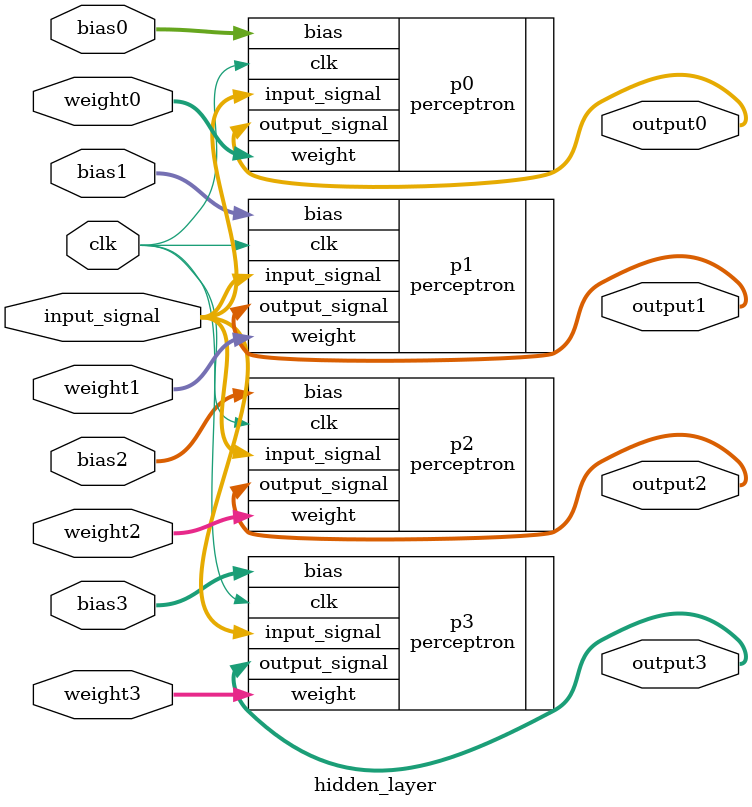
<source format=v>
module hidden_layer (
    input wire clk,
    input wire signed [7:0] input_signal, // 8-bit input
    input wire signed [7:0] weight0,      // Separate weights
    input wire signed [7:0] weight1,
    input wire signed [7:0] weight2,
    input wire signed [7:0] weight3,
    input wire signed [7:0] bias0,        // Separate biases
    input wire signed [7:0] bias1,
    input wire signed [7:0] bias2,
    input wire signed [7:0] bias3,
    output wire signed [7:0] output0,     // Separate outputs
    output wire signed [7:0] output1,
    output wire signed [7:0] output2,
    output wire signed [7:0] output3
);

    // Instantiate 4 Perceptrons separately
    perceptron p0 (.clk(clk), .input_signal(input_signal), .weight(weight0), .bias(bias0), .output_signal(output0));
    perceptron p1 (.clk(clk), .input_signal(input_signal), .weight(weight1), .bias(bias1), .output_signal(output1));
    perceptron p2 (.clk(clk), .input_signal(input_signal), .weight(weight2), .bias(bias2), .output_signal(output2));
    perceptron p3 (.clk(clk), .input_signal(input_signal), .weight(weight3), .bias(bias3), .output_signal(output3));

endmodule

</source>
